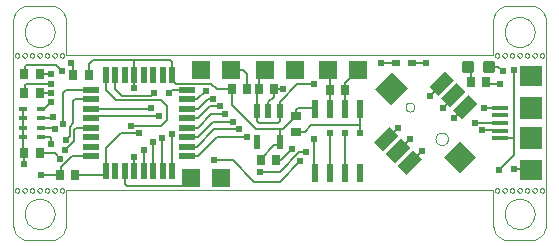
<source format=gtl>
G75*
%MOIN*%
%OFA0B0*%
%FSLAX24Y24*%
%IPPOS*%
%LPD*%
%AMOC8*
5,1,8,0,0,1.08239X$1,22.5*
%
%ADD10C,0.0000*%
%ADD11R,0.0728X0.0433*%
%ADD12R,0.0787X0.0748*%
%ADD13R,0.0551X0.0138*%
%ADD14R,0.0748X0.0709*%
%ADD15R,0.0748X0.0748*%
%ADD16R,0.0236X0.0610*%
%ADD17R,0.0217X0.0472*%
%ADD18C,0.0118*%
%ADD19R,0.0600X0.0600*%
%ADD20R,0.0276X0.0197*%
%ADD21R,0.0276X0.0354*%
%ADD22R,0.0354X0.0276*%
%ADD23R,0.0276X0.0177*%
%ADD24R,0.0197X0.0571*%
%ADD25R,0.0571X0.0197*%
%ADD26C,0.0240*%
%ADD27C,0.0080*%
D10*
X004943Y002737D02*
X005693Y002737D01*
X005737Y002739D01*
X005780Y002745D01*
X005822Y002754D01*
X005864Y002767D01*
X005904Y002784D01*
X005943Y002804D01*
X005980Y002827D01*
X006014Y002854D01*
X006047Y002883D01*
X006076Y002916D01*
X006103Y002950D01*
X006126Y002987D01*
X006146Y003026D01*
X006163Y003066D01*
X006176Y003108D01*
X006185Y003150D01*
X006191Y003193D01*
X006193Y003237D01*
X006193Y004393D01*
X020443Y004393D01*
X020443Y003237D01*
X020445Y003193D01*
X020451Y003150D01*
X020460Y003108D01*
X020473Y003066D01*
X020490Y003026D01*
X020510Y002987D01*
X020533Y002950D01*
X020560Y002916D01*
X020589Y002883D01*
X020622Y002854D01*
X020656Y002827D01*
X020693Y002804D01*
X020732Y002784D01*
X020772Y002767D01*
X020814Y002754D01*
X020856Y002745D01*
X020899Y002739D01*
X020943Y002737D01*
X021693Y002737D01*
X021737Y002739D01*
X021780Y002745D01*
X021822Y002754D01*
X021864Y002767D01*
X021904Y002784D01*
X021943Y002804D01*
X021980Y002827D01*
X022014Y002854D01*
X022047Y002883D01*
X022076Y002916D01*
X022103Y002950D01*
X022126Y002987D01*
X022146Y003026D01*
X022163Y003066D01*
X022176Y003108D01*
X022185Y003150D01*
X022191Y003193D01*
X022193Y003237D01*
X022193Y010050D01*
X022191Y010094D01*
X022185Y010137D01*
X022176Y010179D01*
X022163Y010221D01*
X022146Y010261D01*
X022126Y010300D01*
X022103Y010337D01*
X022076Y010371D01*
X022047Y010404D01*
X022014Y010433D01*
X021980Y010460D01*
X021943Y010483D01*
X021904Y010503D01*
X021864Y010520D01*
X021822Y010533D01*
X021780Y010542D01*
X021737Y010548D01*
X021693Y010550D01*
X020943Y010550D01*
X020899Y010548D01*
X020856Y010542D01*
X020814Y010533D01*
X020772Y010520D01*
X020732Y010503D01*
X020693Y010483D01*
X020656Y010460D01*
X020622Y010433D01*
X020589Y010404D01*
X020560Y010371D01*
X020533Y010337D01*
X020510Y010300D01*
X020490Y010261D01*
X020473Y010221D01*
X020460Y010179D01*
X020451Y010137D01*
X020445Y010094D01*
X020443Y010050D01*
X020443Y008893D01*
X006193Y008893D01*
X006193Y010050D01*
X006191Y010094D01*
X006185Y010137D01*
X006176Y010179D01*
X006163Y010221D01*
X006146Y010261D01*
X006126Y010300D01*
X006103Y010337D01*
X006076Y010371D01*
X006047Y010404D01*
X006014Y010433D01*
X005980Y010460D01*
X005943Y010483D01*
X005904Y010503D01*
X005864Y010520D01*
X005822Y010533D01*
X005780Y010542D01*
X005737Y010548D01*
X005693Y010550D01*
X004943Y010550D01*
X004899Y010548D01*
X004856Y010542D01*
X004814Y010533D01*
X004772Y010520D01*
X004732Y010503D01*
X004693Y010483D01*
X004656Y010460D01*
X004622Y010433D01*
X004589Y010404D01*
X004560Y010371D01*
X004533Y010337D01*
X004510Y010300D01*
X004490Y010261D01*
X004473Y010221D01*
X004460Y010179D01*
X004451Y010137D01*
X004445Y010094D01*
X004443Y010050D01*
X004443Y003237D01*
X004445Y003193D01*
X004451Y003150D01*
X004460Y003108D01*
X004473Y003066D01*
X004490Y003026D01*
X004510Y002987D01*
X004533Y002950D01*
X004560Y002916D01*
X004589Y002883D01*
X004622Y002854D01*
X004656Y002827D01*
X004693Y002804D01*
X004732Y002784D01*
X004772Y002767D01*
X004814Y002754D01*
X004856Y002745D01*
X004899Y002739D01*
X004943Y002737D01*
X004818Y003612D02*
X004820Y003656D01*
X004826Y003700D01*
X004836Y003743D01*
X004849Y003785D01*
X004866Y003826D01*
X004887Y003865D01*
X004911Y003902D01*
X004938Y003937D01*
X004968Y003969D01*
X005001Y003999D01*
X005037Y004025D01*
X005074Y004049D01*
X005114Y004068D01*
X005155Y004085D01*
X005198Y004097D01*
X005241Y004106D01*
X005285Y004111D01*
X005329Y004112D01*
X005373Y004109D01*
X005417Y004102D01*
X005460Y004091D01*
X005502Y004077D01*
X005542Y004059D01*
X005581Y004037D01*
X005617Y004013D01*
X005651Y003985D01*
X005683Y003954D01*
X005712Y003920D01*
X005738Y003884D01*
X005760Y003846D01*
X005779Y003806D01*
X005794Y003764D01*
X005806Y003722D01*
X005814Y003678D01*
X005818Y003634D01*
X005818Y003590D01*
X005814Y003546D01*
X005806Y003502D01*
X005794Y003460D01*
X005779Y003418D01*
X005760Y003378D01*
X005738Y003340D01*
X005712Y003304D01*
X005683Y003270D01*
X005651Y003239D01*
X005617Y003211D01*
X005581Y003187D01*
X005542Y003165D01*
X005502Y003147D01*
X005460Y003133D01*
X005417Y003122D01*
X005373Y003115D01*
X005329Y003112D01*
X005285Y003113D01*
X005241Y003118D01*
X005198Y003127D01*
X005155Y003139D01*
X005114Y003156D01*
X005074Y003175D01*
X005037Y003199D01*
X005001Y003225D01*
X004968Y003255D01*
X004938Y003287D01*
X004911Y003322D01*
X004887Y003359D01*
X004866Y003398D01*
X004849Y003439D01*
X004836Y003481D01*
X004826Y003524D01*
X004820Y003568D01*
X004818Y003612D01*
X004743Y004393D02*
X004745Y004410D01*
X004750Y004426D01*
X004759Y004440D01*
X004771Y004452D01*
X004785Y004461D01*
X004801Y004466D01*
X004818Y004468D01*
X004835Y004466D01*
X004851Y004461D01*
X004865Y004452D01*
X004877Y004440D01*
X004886Y004426D01*
X004891Y004410D01*
X004893Y004393D01*
X004891Y004376D01*
X004886Y004360D01*
X004877Y004346D01*
X004865Y004334D01*
X004851Y004325D01*
X004835Y004320D01*
X004818Y004318D01*
X004801Y004320D01*
X004785Y004325D01*
X004771Y004334D01*
X004759Y004346D01*
X004750Y004360D01*
X004745Y004376D01*
X004743Y004393D01*
X004493Y004393D02*
X004495Y004410D01*
X004500Y004426D01*
X004509Y004440D01*
X004521Y004452D01*
X004535Y004461D01*
X004551Y004466D01*
X004568Y004468D01*
X004585Y004466D01*
X004601Y004461D01*
X004615Y004452D01*
X004627Y004440D01*
X004636Y004426D01*
X004641Y004410D01*
X004643Y004393D01*
X004641Y004376D01*
X004636Y004360D01*
X004627Y004346D01*
X004615Y004334D01*
X004601Y004325D01*
X004585Y004320D01*
X004568Y004318D01*
X004551Y004320D01*
X004535Y004325D01*
X004521Y004334D01*
X004509Y004346D01*
X004500Y004360D01*
X004495Y004376D01*
X004493Y004393D01*
X004993Y004393D02*
X004995Y004410D01*
X005000Y004426D01*
X005009Y004440D01*
X005021Y004452D01*
X005035Y004461D01*
X005051Y004466D01*
X005068Y004468D01*
X005085Y004466D01*
X005101Y004461D01*
X005115Y004452D01*
X005127Y004440D01*
X005136Y004426D01*
X005141Y004410D01*
X005143Y004393D01*
X005141Y004376D01*
X005136Y004360D01*
X005127Y004346D01*
X005115Y004334D01*
X005101Y004325D01*
X005085Y004320D01*
X005068Y004318D01*
X005051Y004320D01*
X005035Y004325D01*
X005021Y004334D01*
X005009Y004346D01*
X005000Y004360D01*
X004995Y004376D01*
X004993Y004393D01*
X005243Y004393D02*
X005245Y004410D01*
X005250Y004426D01*
X005259Y004440D01*
X005271Y004452D01*
X005285Y004461D01*
X005301Y004466D01*
X005318Y004468D01*
X005335Y004466D01*
X005351Y004461D01*
X005365Y004452D01*
X005377Y004440D01*
X005386Y004426D01*
X005391Y004410D01*
X005393Y004393D01*
X005391Y004376D01*
X005386Y004360D01*
X005377Y004346D01*
X005365Y004334D01*
X005351Y004325D01*
X005335Y004320D01*
X005318Y004318D01*
X005301Y004320D01*
X005285Y004325D01*
X005271Y004334D01*
X005259Y004346D01*
X005250Y004360D01*
X005245Y004376D01*
X005243Y004393D01*
X005493Y004393D02*
X005495Y004410D01*
X005500Y004426D01*
X005509Y004440D01*
X005521Y004452D01*
X005535Y004461D01*
X005551Y004466D01*
X005568Y004468D01*
X005585Y004466D01*
X005601Y004461D01*
X005615Y004452D01*
X005627Y004440D01*
X005636Y004426D01*
X005641Y004410D01*
X005643Y004393D01*
X005641Y004376D01*
X005636Y004360D01*
X005627Y004346D01*
X005615Y004334D01*
X005601Y004325D01*
X005585Y004320D01*
X005568Y004318D01*
X005551Y004320D01*
X005535Y004325D01*
X005521Y004334D01*
X005509Y004346D01*
X005500Y004360D01*
X005495Y004376D01*
X005493Y004393D01*
X005743Y004393D02*
X005745Y004410D01*
X005750Y004426D01*
X005759Y004440D01*
X005771Y004452D01*
X005785Y004461D01*
X005801Y004466D01*
X005818Y004468D01*
X005835Y004466D01*
X005851Y004461D01*
X005865Y004452D01*
X005877Y004440D01*
X005886Y004426D01*
X005891Y004410D01*
X005893Y004393D01*
X005891Y004376D01*
X005886Y004360D01*
X005877Y004346D01*
X005865Y004334D01*
X005851Y004325D01*
X005835Y004320D01*
X005818Y004318D01*
X005801Y004320D01*
X005785Y004325D01*
X005771Y004334D01*
X005759Y004346D01*
X005750Y004360D01*
X005745Y004376D01*
X005743Y004393D01*
X005993Y004393D02*
X005995Y004410D01*
X006000Y004426D01*
X006009Y004440D01*
X006021Y004452D01*
X006035Y004461D01*
X006051Y004466D01*
X006068Y004468D01*
X006085Y004466D01*
X006101Y004461D01*
X006115Y004452D01*
X006127Y004440D01*
X006136Y004426D01*
X006141Y004410D01*
X006143Y004393D01*
X006141Y004376D01*
X006136Y004360D01*
X006127Y004346D01*
X006115Y004334D01*
X006101Y004325D01*
X006085Y004320D01*
X006068Y004318D01*
X006051Y004320D01*
X006035Y004325D01*
X006021Y004334D01*
X006009Y004346D01*
X006000Y004360D01*
X005995Y004376D01*
X005993Y004393D01*
X005993Y008893D02*
X005995Y008910D01*
X006000Y008926D01*
X006009Y008940D01*
X006021Y008952D01*
X006035Y008961D01*
X006051Y008966D01*
X006068Y008968D01*
X006085Y008966D01*
X006101Y008961D01*
X006115Y008952D01*
X006127Y008940D01*
X006136Y008926D01*
X006141Y008910D01*
X006143Y008893D01*
X006141Y008876D01*
X006136Y008860D01*
X006127Y008846D01*
X006115Y008834D01*
X006101Y008825D01*
X006085Y008820D01*
X006068Y008818D01*
X006051Y008820D01*
X006035Y008825D01*
X006021Y008834D01*
X006009Y008846D01*
X006000Y008860D01*
X005995Y008876D01*
X005993Y008893D01*
X005743Y008893D02*
X005745Y008910D01*
X005750Y008926D01*
X005759Y008940D01*
X005771Y008952D01*
X005785Y008961D01*
X005801Y008966D01*
X005818Y008968D01*
X005835Y008966D01*
X005851Y008961D01*
X005865Y008952D01*
X005877Y008940D01*
X005886Y008926D01*
X005891Y008910D01*
X005893Y008893D01*
X005891Y008876D01*
X005886Y008860D01*
X005877Y008846D01*
X005865Y008834D01*
X005851Y008825D01*
X005835Y008820D01*
X005818Y008818D01*
X005801Y008820D01*
X005785Y008825D01*
X005771Y008834D01*
X005759Y008846D01*
X005750Y008860D01*
X005745Y008876D01*
X005743Y008893D01*
X005493Y008893D02*
X005495Y008910D01*
X005500Y008926D01*
X005509Y008940D01*
X005521Y008952D01*
X005535Y008961D01*
X005551Y008966D01*
X005568Y008968D01*
X005585Y008966D01*
X005601Y008961D01*
X005615Y008952D01*
X005627Y008940D01*
X005636Y008926D01*
X005641Y008910D01*
X005643Y008893D01*
X005641Y008876D01*
X005636Y008860D01*
X005627Y008846D01*
X005615Y008834D01*
X005601Y008825D01*
X005585Y008820D01*
X005568Y008818D01*
X005551Y008820D01*
X005535Y008825D01*
X005521Y008834D01*
X005509Y008846D01*
X005500Y008860D01*
X005495Y008876D01*
X005493Y008893D01*
X005243Y008893D02*
X005245Y008910D01*
X005250Y008926D01*
X005259Y008940D01*
X005271Y008952D01*
X005285Y008961D01*
X005301Y008966D01*
X005318Y008968D01*
X005335Y008966D01*
X005351Y008961D01*
X005365Y008952D01*
X005377Y008940D01*
X005386Y008926D01*
X005391Y008910D01*
X005393Y008893D01*
X005391Y008876D01*
X005386Y008860D01*
X005377Y008846D01*
X005365Y008834D01*
X005351Y008825D01*
X005335Y008820D01*
X005318Y008818D01*
X005301Y008820D01*
X005285Y008825D01*
X005271Y008834D01*
X005259Y008846D01*
X005250Y008860D01*
X005245Y008876D01*
X005243Y008893D01*
X004993Y008893D02*
X004995Y008910D01*
X005000Y008926D01*
X005009Y008940D01*
X005021Y008952D01*
X005035Y008961D01*
X005051Y008966D01*
X005068Y008968D01*
X005085Y008966D01*
X005101Y008961D01*
X005115Y008952D01*
X005127Y008940D01*
X005136Y008926D01*
X005141Y008910D01*
X005143Y008893D01*
X005141Y008876D01*
X005136Y008860D01*
X005127Y008846D01*
X005115Y008834D01*
X005101Y008825D01*
X005085Y008820D01*
X005068Y008818D01*
X005051Y008820D01*
X005035Y008825D01*
X005021Y008834D01*
X005009Y008846D01*
X005000Y008860D01*
X004995Y008876D01*
X004993Y008893D01*
X004743Y008893D02*
X004745Y008910D01*
X004750Y008926D01*
X004759Y008940D01*
X004771Y008952D01*
X004785Y008961D01*
X004801Y008966D01*
X004818Y008968D01*
X004835Y008966D01*
X004851Y008961D01*
X004865Y008952D01*
X004877Y008940D01*
X004886Y008926D01*
X004891Y008910D01*
X004893Y008893D01*
X004891Y008876D01*
X004886Y008860D01*
X004877Y008846D01*
X004865Y008834D01*
X004851Y008825D01*
X004835Y008820D01*
X004818Y008818D01*
X004801Y008820D01*
X004785Y008825D01*
X004771Y008834D01*
X004759Y008846D01*
X004750Y008860D01*
X004745Y008876D01*
X004743Y008893D01*
X004493Y008893D02*
X004495Y008910D01*
X004500Y008926D01*
X004509Y008940D01*
X004521Y008952D01*
X004535Y008961D01*
X004551Y008966D01*
X004568Y008968D01*
X004585Y008966D01*
X004601Y008961D01*
X004615Y008952D01*
X004627Y008940D01*
X004636Y008926D01*
X004641Y008910D01*
X004643Y008893D01*
X004641Y008876D01*
X004636Y008860D01*
X004627Y008846D01*
X004615Y008834D01*
X004601Y008825D01*
X004585Y008820D01*
X004568Y008818D01*
X004551Y008820D01*
X004535Y008825D01*
X004521Y008834D01*
X004509Y008846D01*
X004500Y008860D01*
X004495Y008876D01*
X004493Y008893D01*
X004818Y009675D02*
X004820Y009719D01*
X004826Y009763D01*
X004836Y009806D01*
X004849Y009848D01*
X004866Y009889D01*
X004887Y009928D01*
X004911Y009965D01*
X004938Y010000D01*
X004968Y010032D01*
X005001Y010062D01*
X005037Y010088D01*
X005074Y010112D01*
X005114Y010131D01*
X005155Y010148D01*
X005198Y010160D01*
X005241Y010169D01*
X005285Y010174D01*
X005329Y010175D01*
X005373Y010172D01*
X005417Y010165D01*
X005460Y010154D01*
X005502Y010140D01*
X005542Y010122D01*
X005581Y010100D01*
X005617Y010076D01*
X005651Y010048D01*
X005683Y010017D01*
X005712Y009983D01*
X005738Y009947D01*
X005760Y009909D01*
X005779Y009869D01*
X005794Y009827D01*
X005806Y009785D01*
X005814Y009741D01*
X005818Y009697D01*
X005818Y009653D01*
X005814Y009609D01*
X005806Y009565D01*
X005794Y009523D01*
X005779Y009481D01*
X005760Y009441D01*
X005738Y009403D01*
X005712Y009367D01*
X005683Y009333D01*
X005651Y009302D01*
X005617Y009274D01*
X005581Y009250D01*
X005542Y009228D01*
X005502Y009210D01*
X005460Y009196D01*
X005417Y009185D01*
X005373Y009178D01*
X005329Y009175D01*
X005285Y009176D01*
X005241Y009181D01*
X005198Y009190D01*
X005155Y009202D01*
X005114Y009219D01*
X005074Y009238D01*
X005037Y009262D01*
X005001Y009288D01*
X004968Y009318D01*
X004938Y009350D01*
X004911Y009385D01*
X004887Y009422D01*
X004866Y009461D01*
X004849Y009502D01*
X004836Y009544D01*
X004826Y009587D01*
X004820Y009631D01*
X004818Y009675D01*
X017516Y007172D02*
X017518Y007196D01*
X017524Y007219D01*
X017533Y007241D01*
X017546Y007261D01*
X017561Y007279D01*
X017580Y007294D01*
X017601Y007306D01*
X017623Y007314D01*
X017646Y007319D01*
X017670Y007320D01*
X017694Y007317D01*
X017716Y007310D01*
X017738Y007300D01*
X017758Y007287D01*
X017775Y007270D01*
X017789Y007251D01*
X017800Y007230D01*
X017808Y007207D01*
X017812Y007184D01*
X017812Y007160D01*
X017808Y007137D01*
X017800Y007114D01*
X017789Y007093D01*
X017775Y007074D01*
X017758Y007057D01*
X017738Y007044D01*
X017716Y007034D01*
X017694Y007027D01*
X017670Y007024D01*
X017646Y007025D01*
X017623Y007030D01*
X017601Y007038D01*
X017580Y007050D01*
X017561Y007065D01*
X017546Y007083D01*
X017533Y007103D01*
X017524Y007125D01*
X017518Y007148D01*
X017516Y007172D01*
X018515Y006114D02*
X018517Y006142D01*
X018523Y006170D01*
X018532Y006196D01*
X018545Y006222D01*
X018561Y006245D01*
X018581Y006265D01*
X018603Y006283D01*
X018627Y006298D01*
X018653Y006309D01*
X018680Y006317D01*
X018708Y006321D01*
X018736Y006321D01*
X018764Y006317D01*
X018791Y006309D01*
X018817Y006298D01*
X018841Y006283D01*
X018863Y006265D01*
X018883Y006245D01*
X018899Y006222D01*
X018912Y006196D01*
X018921Y006170D01*
X018927Y006142D01*
X018929Y006114D01*
X018927Y006086D01*
X018921Y006058D01*
X018912Y006032D01*
X018899Y006006D01*
X018883Y005983D01*
X018863Y005963D01*
X018841Y005945D01*
X018817Y005930D01*
X018791Y005919D01*
X018764Y005911D01*
X018736Y005907D01*
X018708Y005907D01*
X018680Y005911D01*
X018653Y005919D01*
X018627Y005930D01*
X018603Y005945D01*
X018581Y005963D01*
X018561Y005983D01*
X018545Y006006D01*
X018532Y006032D01*
X018523Y006058D01*
X018517Y006086D01*
X018515Y006114D01*
X020493Y004393D02*
X020495Y004410D01*
X020500Y004426D01*
X020509Y004440D01*
X020521Y004452D01*
X020535Y004461D01*
X020551Y004466D01*
X020568Y004468D01*
X020585Y004466D01*
X020601Y004461D01*
X020615Y004452D01*
X020627Y004440D01*
X020636Y004426D01*
X020641Y004410D01*
X020643Y004393D01*
X020641Y004376D01*
X020636Y004360D01*
X020627Y004346D01*
X020615Y004334D01*
X020601Y004325D01*
X020585Y004320D01*
X020568Y004318D01*
X020551Y004320D01*
X020535Y004325D01*
X020521Y004334D01*
X020509Y004346D01*
X020500Y004360D01*
X020495Y004376D01*
X020493Y004393D01*
X020743Y004393D02*
X020745Y004410D01*
X020750Y004426D01*
X020759Y004440D01*
X020771Y004452D01*
X020785Y004461D01*
X020801Y004466D01*
X020818Y004468D01*
X020835Y004466D01*
X020851Y004461D01*
X020865Y004452D01*
X020877Y004440D01*
X020886Y004426D01*
X020891Y004410D01*
X020893Y004393D01*
X020891Y004376D01*
X020886Y004360D01*
X020877Y004346D01*
X020865Y004334D01*
X020851Y004325D01*
X020835Y004320D01*
X020818Y004318D01*
X020801Y004320D01*
X020785Y004325D01*
X020771Y004334D01*
X020759Y004346D01*
X020750Y004360D01*
X020745Y004376D01*
X020743Y004393D01*
X020993Y004393D02*
X020995Y004410D01*
X021000Y004426D01*
X021009Y004440D01*
X021021Y004452D01*
X021035Y004461D01*
X021051Y004466D01*
X021068Y004468D01*
X021085Y004466D01*
X021101Y004461D01*
X021115Y004452D01*
X021127Y004440D01*
X021136Y004426D01*
X021141Y004410D01*
X021143Y004393D01*
X021141Y004376D01*
X021136Y004360D01*
X021127Y004346D01*
X021115Y004334D01*
X021101Y004325D01*
X021085Y004320D01*
X021068Y004318D01*
X021051Y004320D01*
X021035Y004325D01*
X021021Y004334D01*
X021009Y004346D01*
X021000Y004360D01*
X020995Y004376D01*
X020993Y004393D01*
X021243Y004393D02*
X021245Y004410D01*
X021250Y004426D01*
X021259Y004440D01*
X021271Y004452D01*
X021285Y004461D01*
X021301Y004466D01*
X021318Y004468D01*
X021335Y004466D01*
X021351Y004461D01*
X021365Y004452D01*
X021377Y004440D01*
X021386Y004426D01*
X021391Y004410D01*
X021393Y004393D01*
X021391Y004376D01*
X021386Y004360D01*
X021377Y004346D01*
X021365Y004334D01*
X021351Y004325D01*
X021335Y004320D01*
X021318Y004318D01*
X021301Y004320D01*
X021285Y004325D01*
X021271Y004334D01*
X021259Y004346D01*
X021250Y004360D01*
X021245Y004376D01*
X021243Y004393D01*
X021493Y004393D02*
X021495Y004410D01*
X021500Y004426D01*
X021509Y004440D01*
X021521Y004452D01*
X021535Y004461D01*
X021551Y004466D01*
X021568Y004468D01*
X021585Y004466D01*
X021601Y004461D01*
X021615Y004452D01*
X021627Y004440D01*
X021636Y004426D01*
X021641Y004410D01*
X021643Y004393D01*
X021641Y004376D01*
X021636Y004360D01*
X021627Y004346D01*
X021615Y004334D01*
X021601Y004325D01*
X021585Y004320D01*
X021568Y004318D01*
X021551Y004320D01*
X021535Y004325D01*
X021521Y004334D01*
X021509Y004346D01*
X021500Y004360D01*
X021495Y004376D01*
X021493Y004393D01*
X021743Y004393D02*
X021745Y004410D01*
X021750Y004426D01*
X021759Y004440D01*
X021771Y004452D01*
X021785Y004461D01*
X021801Y004466D01*
X021818Y004468D01*
X021835Y004466D01*
X021851Y004461D01*
X021865Y004452D01*
X021877Y004440D01*
X021886Y004426D01*
X021891Y004410D01*
X021893Y004393D01*
X021891Y004376D01*
X021886Y004360D01*
X021877Y004346D01*
X021865Y004334D01*
X021851Y004325D01*
X021835Y004320D01*
X021818Y004318D01*
X021801Y004320D01*
X021785Y004325D01*
X021771Y004334D01*
X021759Y004346D01*
X021750Y004360D01*
X021745Y004376D01*
X021743Y004393D01*
X021993Y004393D02*
X021995Y004410D01*
X022000Y004426D01*
X022009Y004440D01*
X022021Y004452D01*
X022035Y004461D01*
X022051Y004466D01*
X022068Y004468D01*
X022085Y004466D01*
X022101Y004461D01*
X022115Y004452D01*
X022127Y004440D01*
X022136Y004426D01*
X022141Y004410D01*
X022143Y004393D01*
X022141Y004376D01*
X022136Y004360D01*
X022127Y004346D01*
X022115Y004334D01*
X022101Y004325D01*
X022085Y004320D01*
X022068Y004318D01*
X022051Y004320D01*
X022035Y004325D01*
X022021Y004334D01*
X022009Y004346D01*
X022000Y004360D01*
X021995Y004376D01*
X021993Y004393D01*
X020818Y003612D02*
X020820Y003656D01*
X020826Y003700D01*
X020836Y003743D01*
X020849Y003785D01*
X020866Y003826D01*
X020887Y003865D01*
X020911Y003902D01*
X020938Y003937D01*
X020968Y003969D01*
X021001Y003999D01*
X021037Y004025D01*
X021074Y004049D01*
X021114Y004068D01*
X021155Y004085D01*
X021198Y004097D01*
X021241Y004106D01*
X021285Y004111D01*
X021329Y004112D01*
X021373Y004109D01*
X021417Y004102D01*
X021460Y004091D01*
X021502Y004077D01*
X021542Y004059D01*
X021581Y004037D01*
X021617Y004013D01*
X021651Y003985D01*
X021683Y003954D01*
X021712Y003920D01*
X021738Y003884D01*
X021760Y003846D01*
X021779Y003806D01*
X021794Y003764D01*
X021806Y003722D01*
X021814Y003678D01*
X021818Y003634D01*
X021818Y003590D01*
X021814Y003546D01*
X021806Y003502D01*
X021794Y003460D01*
X021779Y003418D01*
X021760Y003378D01*
X021738Y003340D01*
X021712Y003304D01*
X021683Y003270D01*
X021651Y003239D01*
X021617Y003211D01*
X021581Y003187D01*
X021542Y003165D01*
X021502Y003147D01*
X021460Y003133D01*
X021417Y003122D01*
X021373Y003115D01*
X021329Y003112D01*
X021285Y003113D01*
X021241Y003118D01*
X021198Y003127D01*
X021155Y003139D01*
X021114Y003156D01*
X021074Y003175D01*
X021037Y003199D01*
X021001Y003225D01*
X020968Y003255D01*
X020938Y003287D01*
X020911Y003322D01*
X020887Y003359D01*
X020866Y003398D01*
X020849Y003439D01*
X020836Y003481D01*
X020826Y003524D01*
X020820Y003568D01*
X020818Y003612D01*
X020743Y008893D02*
X020745Y008910D01*
X020750Y008926D01*
X020759Y008940D01*
X020771Y008952D01*
X020785Y008961D01*
X020801Y008966D01*
X020818Y008968D01*
X020835Y008966D01*
X020851Y008961D01*
X020865Y008952D01*
X020877Y008940D01*
X020886Y008926D01*
X020891Y008910D01*
X020893Y008893D01*
X020891Y008876D01*
X020886Y008860D01*
X020877Y008846D01*
X020865Y008834D01*
X020851Y008825D01*
X020835Y008820D01*
X020818Y008818D01*
X020801Y008820D01*
X020785Y008825D01*
X020771Y008834D01*
X020759Y008846D01*
X020750Y008860D01*
X020745Y008876D01*
X020743Y008893D01*
X020493Y008893D02*
X020495Y008910D01*
X020500Y008926D01*
X020509Y008940D01*
X020521Y008952D01*
X020535Y008961D01*
X020551Y008966D01*
X020568Y008968D01*
X020585Y008966D01*
X020601Y008961D01*
X020615Y008952D01*
X020627Y008940D01*
X020636Y008926D01*
X020641Y008910D01*
X020643Y008893D01*
X020641Y008876D01*
X020636Y008860D01*
X020627Y008846D01*
X020615Y008834D01*
X020601Y008825D01*
X020585Y008820D01*
X020568Y008818D01*
X020551Y008820D01*
X020535Y008825D01*
X020521Y008834D01*
X020509Y008846D01*
X020500Y008860D01*
X020495Y008876D01*
X020493Y008893D01*
X020993Y008893D02*
X020995Y008910D01*
X021000Y008926D01*
X021009Y008940D01*
X021021Y008952D01*
X021035Y008961D01*
X021051Y008966D01*
X021068Y008968D01*
X021085Y008966D01*
X021101Y008961D01*
X021115Y008952D01*
X021127Y008940D01*
X021136Y008926D01*
X021141Y008910D01*
X021143Y008893D01*
X021141Y008876D01*
X021136Y008860D01*
X021127Y008846D01*
X021115Y008834D01*
X021101Y008825D01*
X021085Y008820D01*
X021068Y008818D01*
X021051Y008820D01*
X021035Y008825D01*
X021021Y008834D01*
X021009Y008846D01*
X021000Y008860D01*
X020995Y008876D01*
X020993Y008893D01*
X021243Y008893D02*
X021245Y008910D01*
X021250Y008926D01*
X021259Y008940D01*
X021271Y008952D01*
X021285Y008961D01*
X021301Y008966D01*
X021318Y008968D01*
X021335Y008966D01*
X021351Y008961D01*
X021365Y008952D01*
X021377Y008940D01*
X021386Y008926D01*
X021391Y008910D01*
X021393Y008893D01*
X021391Y008876D01*
X021386Y008860D01*
X021377Y008846D01*
X021365Y008834D01*
X021351Y008825D01*
X021335Y008820D01*
X021318Y008818D01*
X021301Y008820D01*
X021285Y008825D01*
X021271Y008834D01*
X021259Y008846D01*
X021250Y008860D01*
X021245Y008876D01*
X021243Y008893D01*
X021493Y008893D02*
X021495Y008910D01*
X021500Y008926D01*
X021509Y008940D01*
X021521Y008952D01*
X021535Y008961D01*
X021551Y008966D01*
X021568Y008968D01*
X021585Y008966D01*
X021601Y008961D01*
X021615Y008952D01*
X021627Y008940D01*
X021636Y008926D01*
X021641Y008910D01*
X021643Y008893D01*
X021641Y008876D01*
X021636Y008860D01*
X021627Y008846D01*
X021615Y008834D01*
X021601Y008825D01*
X021585Y008820D01*
X021568Y008818D01*
X021551Y008820D01*
X021535Y008825D01*
X021521Y008834D01*
X021509Y008846D01*
X021500Y008860D01*
X021495Y008876D01*
X021493Y008893D01*
X021743Y008893D02*
X021745Y008910D01*
X021750Y008926D01*
X021759Y008940D01*
X021771Y008952D01*
X021785Y008961D01*
X021801Y008966D01*
X021818Y008968D01*
X021835Y008966D01*
X021851Y008961D01*
X021865Y008952D01*
X021877Y008940D01*
X021886Y008926D01*
X021891Y008910D01*
X021893Y008893D01*
X021891Y008876D01*
X021886Y008860D01*
X021877Y008846D01*
X021865Y008834D01*
X021851Y008825D01*
X021835Y008820D01*
X021818Y008818D01*
X021801Y008820D01*
X021785Y008825D01*
X021771Y008834D01*
X021759Y008846D01*
X021750Y008860D01*
X021745Y008876D01*
X021743Y008893D01*
X021993Y008893D02*
X021995Y008910D01*
X022000Y008926D01*
X022009Y008940D01*
X022021Y008952D01*
X022035Y008961D01*
X022051Y008966D01*
X022068Y008968D01*
X022085Y008966D01*
X022101Y008961D01*
X022115Y008952D01*
X022127Y008940D01*
X022136Y008926D01*
X022141Y008910D01*
X022143Y008893D01*
X022141Y008876D01*
X022136Y008860D01*
X022127Y008846D01*
X022115Y008834D01*
X022101Y008825D01*
X022085Y008820D01*
X022068Y008818D01*
X022051Y008820D01*
X022035Y008825D01*
X022021Y008834D01*
X022009Y008846D01*
X022000Y008860D01*
X021995Y008876D01*
X021993Y008893D01*
X020818Y009675D02*
X020820Y009719D01*
X020826Y009763D01*
X020836Y009806D01*
X020849Y009848D01*
X020866Y009889D01*
X020887Y009928D01*
X020911Y009965D01*
X020938Y010000D01*
X020968Y010032D01*
X021001Y010062D01*
X021037Y010088D01*
X021074Y010112D01*
X021114Y010131D01*
X021155Y010148D01*
X021198Y010160D01*
X021241Y010169D01*
X021285Y010174D01*
X021329Y010175D01*
X021373Y010172D01*
X021417Y010165D01*
X021460Y010154D01*
X021502Y010140D01*
X021542Y010122D01*
X021581Y010100D01*
X021617Y010076D01*
X021651Y010048D01*
X021683Y010017D01*
X021712Y009983D01*
X021738Y009947D01*
X021760Y009909D01*
X021779Y009869D01*
X021794Y009827D01*
X021806Y009785D01*
X021814Y009741D01*
X021818Y009697D01*
X021818Y009653D01*
X021814Y009609D01*
X021806Y009565D01*
X021794Y009523D01*
X021779Y009481D01*
X021760Y009441D01*
X021738Y009403D01*
X021712Y009367D01*
X021683Y009333D01*
X021651Y009302D01*
X021617Y009274D01*
X021581Y009250D01*
X021542Y009228D01*
X021502Y009210D01*
X021460Y009196D01*
X021417Y009185D01*
X021373Y009178D01*
X021329Y009175D01*
X021285Y009176D01*
X021241Y009181D01*
X021198Y009190D01*
X021155Y009202D01*
X021114Y009219D01*
X021074Y009238D01*
X021037Y009262D01*
X021001Y009288D01*
X020968Y009318D01*
X020938Y009350D01*
X020911Y009385D01*
X020887Y009422D01*
X020866Y009461D01*
X020849Y009502D01*
X020836Y009544D01*
X020826Y009587D01*
X020820Y009631D01*
X020818Y009675D01*
D11*
G36*
X019139Y008063D02*
X018625Y007549D01*
X018319Y007855D01*
X018833Y008369D01*
X019139Y008063D01*
G37*
G36*
X019528Y007673D02*
X019014Y007159D01*
X018708Y007465D01*
X019222Y007979D01*
X019528Y007673D01*
G37*
G36*
X019918Y007283D02*
X019404Y006769D01*
X019098Y007075D01*
X019612Y007589D01*
X019918Y007283D01*
G37*
G36*
X017677Y005822D02*
X017163Y005308D01*
X016857Y005614D01*
X017371Y006128D01*
X017677Y005822D01*
G37*
G36*
X018067Y005432D02*
X017553Y004918D01*
X017247Y005224D01*
X017761Y005738D01*
X018067Y005432D01*
G37*
G36*
X017287Y006211D02*
X016773Y005697D01*
X016467Y006003D01*
X016981Y006517D01*
X017287Y006211D01*
G37*
D12*
G36*
X019876Y005515D02*
X019321Y004960D01*
X018792Y005489D01*
X019347Y006044D01*
X019876Y005515D01*
G37*
G36*
X017593Y007798D02*
X017038Y007243D01*
X016509Y007772D01*
X017064Y008327D01*
X017593Y007798D01*
G37*
D13*
X020650Y007155D03*
X020650Y006899D03*
X020650Y006643D03*
X020650Y006387D03*
X020650Y006131D03*
D14*
X021693Y005069D03*
X021693Y008218D03*
D15*
X021693Y007143D03*
X021693Y006143D03*
D16*
X016005Y007109D03*
X015505Y007109D03*
X015005Y007109D03*
X014505Y007109D03*
X014505Y004983D03*
X015005Y004983D03*
X015505Y004983D03*
X016005Y004983D03*
D17*
X013317Y006006D03*
X012569Y006006D03*
X012569Y007030D03*
X012943Y007030D03*
X013317Y007030D03*
D18*
X019460Y008380D02*
X019460Y008656D01*
X019736Y008656D01*
X019736Y008380D01*
X019460Y008380D01*
X019460Y008497D02*
X019736Y008497D01*
X019736Y008614D02*
X019460Y008614D01*
X020150Y008656D02*
X020150Y008380D01*
X020150Y008656D02*
X020426Y008656D01*
X020426Y008380D01*
X020150Y008380D01*
X020150Y008497D02*
X020426Y008497D01*
X020426Y008614D02*
X020150Y008614D01*
D19*
X015943Y008393D03*
X014943Y008393D03*
X013818Y008393D03*
X012818Y008393D03*
X011693Y008393D03*
X010693Y008393D03*
X010349Y004800D03*
X011349Y004800D03*
D20*
X017207Y008643D03*
X017718Y008643D03*
D21*
X019687Y008018D03*
X020199Y008018D03*
X015511Y007737D03*
X014999Y007737D03*
X013136Y007768D03*
X012624Y007768D03*
X012230Y007768D03*
X011718Y007768D03*
X012687Y005393D03*
X013199Y005393D03*
X006949Y008237D03*
X006437Y008237D03*
X005324Y008268D03*
X004812Y008268D03*
X004812Y007643D03*
X005324Y007643D03*
X005324Y005643D03*
X004812Y005643D03*
X005999Y004893D03*
X006511Y004893D03*
D22*
X013880Y006356D03*
X013880Y006868D03*
D23*
X005373Y006801D03*
X005373Y006486D03*
X005373Y006171D03*
X004763Y006171D03*
X004763Y006486D03*
X004763Y006801D03*
X004763Y007116D03*
X005373Y007116D03*
D24*
X007528Y008257D03*
X007843Y008257D03*
X008158Y008257D03*
X008473Y008257D03*
X008788Y008257D03*
X009103Y008257D03*
X009418Y008257D03*
X009733Y008257D03*
X009733Y005029D03*
X009418Y005029D03*
X009103Y005029D03*
X008788Y005029D03*
X008473Y005029D03*
X008158Y005029D03*
X007843Y005029D03*
X007528Y005029D03*
D25*
X007016Y005541D03*
X007016Y005856D03*
X007016Y006171D03*
X007016Y006486D03*
X007016Y006801D03*
X007016Y007116D03*
X007016Y007431D03*
X007016Y007746D03*
X010245Y007746D03*
X010245Y007431D03*
X010245Y007116D03*
X010245Y006801D03*
X010245Y006486D03*
X010245Y006171D03*
X010245Y005856D03*
X010245Y005541D03*
D26*
X011130Y005393D03*
X012224Y006175D03*
X011974Y006425D03*
X011755Y006675D03*
X011505Y006925D03*
X011318Y007206D03*
X011099Y007456D03*
X010849Y007706D03*
X009630Y007643D03*
X009130Y007643D03*
X008474Y007800D03*
X009037Y007143D03*
X009287Y006862D03*
X008380Y006550D03*
X008630Y006300D03*
X009099Y006018D03*
X009412Y006143D03*
X009724Y006268D03*
X008787Y005737D03*
X008474Y005518D03*
X006162Y005737D03*
X006005Y005456D03*
X005693Y005956D03*
X006193Y006081D03*
X005818Y006456D03*
X006099Y006612D03*
X005755Y006831D03*
X005693Y007331D03*
X005693Y007643D03*
X005693Y007956D03*
X005693Y008268D03*
X006068Y008362D03*
X006349Y008643D03*
X004787Y005268D03*
X005380Y004893D03*
X012662Y005020D03*
X013724Y005768D03*
X014193Y005675D03*
X014005Y005362D03*
X014474Y006112D03*
X015005Y006300D03*
X015505Y006300D03*
X016005Y006300D03*
X017255Y006487D03*
X017662Y006112D03*
X018068Y005706D03*
X019130Y006800D03*
X018755Y007143D03*
X018318Y007550D03*
X019818Y006637D03*
X020068Y006393D03*
X020130Y007143D03*
X020662Y007956D03*
X020755Y008362D03*
X021130Y008419D03*
X021912Y008393D03*
X018193Y008643D03*
X016693Y008643D03*
X014474Y007925D03*
X013443Y007768D03*
X020630Y005081D03*
X021130Y005112D03*
D27*
X021649Y005112D01*
X021693Y005069D01*
X021705Y005069D01*
X021130Y005581D02*
X020630Y005081D01*
X021130Y005581D02*
X021130Y006143D01*
X021119Y006131D01*
X020650Y006131D01*
X020650Y006387D02*
X020644Y006393D01*
X020068Y006393D01*
X019818Y006637D02*
X020643Y006637D01*
X020650Y006643D01*
X020650Y007155D02*
X020142Y007155D01*
X020130Y007143D01*
X019508Y007177D02*
X019130Y006800D01*
X018755Y007143D02*
X019118Y007506D01*
X019118Y007569D01*
X018729Y007959D02*
X018727Y007959D01*
X018318Y007550D01*
X019508Y007179D02*
X019508Y007177D01*
X020261Y007956D02*
X020199Y008018D01*
X020193Y008012D01*
X020261Y007956D02*
X020662Y007956D01*
X020755Y008362D02*
X020599Y008518D01*
X020288Y008518D01*
X019687Y008429D02*
X019598Y008518D01*
X019687Y008429D02*
X019687Y008018D01*
X021130Y008419D02*
X021130Y006143D01*
X018068Y005706D02*
X017690Y005328D01*
X017657Y005328D01*
X017627Y005328D01*
X017267Y005718D02*
X017662Y006112D01*
X017255Y006485D02*
X017255Y006487D01*
X017255Y006485D02*
X016877Y006107D01*
X016005Y006300D02*
X016005Y006581D01*
X016005Y007109D01*
X015505Y007109D02*
X015505Y007731D01*
X015511Y007737D01*
X015511Y007962D01*
X015943Y008393D01*
X016693Y008643D02*
X017207Y008643D01*
X017718Y008643D02*
X018193Y008643D01*
X014999Y008337D02*
X014999Y007737D01*
X015005Y007731D01*
X015005Y007109D01*
X014505Y007109D02*
X014471Y007143D01*
X013943Y007143D01*
X013880Y007081D01*
X013880Y006868D01*
X013437Y006425D01*
X013318Y006425D01*
X012537Y006425D01*
X011724Y007237D01*
X011724Y007762D01*
X011718Y007768D01*
X011224Y007768D01*
X011037Y007956D01*
X009849Y007956D01*
X009787Y008018D01*
X009787Y008204D01*
X009733Y008257D01*
X009733Y008666D01*
X009662Y008737D01*
X008473Y008737D01*
X007099Y008737D01*
X006974Y008612D01*
X006974Y008262D01*
X006949Y008237D01*
X006437Y008237D02*
X006437Y008555D01*
X006349Y008643D01*
X006068Y008362D02*
X005849Y008581D01*
X004880Y008581D01*
X004818Y008518D01*
X004818Y008274D01*
X004812Y008268D01*
X005324Y008268D02*
X005693Y008268D01*
X005693Y007956D02*
X004880Y007956D01*
X004818Y007893D01*
X004818Y007649D01*
X004812Y007643D01*
X005324Y007643D02*
X005693Y007643D01*
X005693Y007331D02*
X005478Y007116D01*
X005373Y007116D01*
X005725Y006801D02*
X005755Y006831D01*
X005725Y006801D02*
X005373Y006801D01*
X005373Y006486D02*
X005788Y006486D01*
X005818Y006456D01*
X006099Y006612D02*
X006099Y007639D01*
X006206Y007746D01*
X007016Y007746D01*
X007528Y007746D02*
X007880Y007393D01*
X009380Y007393D01*
X009568Y007206D01*
X009568Y006737D01*
X009380Y006550D01*
X008380Y006550D01*
X008630Y006300D02*
X008031Y006300D01*
X007537Y005805D01*
X007537Y005038D01*
X007528Y005029D01*
X007528Y004902D01*
X007537Y004893D01*
X006511Y004893D01*
X006037Y004930D02*
X005999Y004893D01*
X005380Y004893D01*
X006037Y004930D02*
X006037Y005175D01*
X006403Y005541D01*
X007016Y005541D01*
X006474Y006050D02*
X006162Y005737D01*
X006005Y005456D02*
X005818Y005643D01*
X005324Y005643D01*
X004812Y005643D02*
X004787Y005669D01*
X004787Y005700D01*
X004763Y005693D02*
X004812Y005643D01*
X004787Y005669D02*
X004787Y005268D01*
X004763Y005693D02*
X004763Y006171D01*
X004763Y006801D01*
X004763Y006486D01*
X004763Y006171D01*
X005373Y006171D02*
X005665Y006171D01*
X005693Y006143D01*
X005693Y005956D01*
X006193Y006081D02*
X006318Y006206D01*
X006318Y006518D01*
X006443Y006643D01*
X006443Y007382D01*
X006492Y007431D01*
X007016Y007431D01*
X007016Y007116D02*
X008978Y007116D01*
X009037Y007143D01*
X009287Y006862D02*
X007192Y006863D01*
X007016Y006801D01*
X007016Y006486D02*
X006537Y006486D01*
X006474Y006423D01*
X006473Y006423D01*
X006474Y006112D01*
X006474Y006050D01*
X004763Y006801D02*
X004763Y007116D01*
X007528Y007746D02*
X007528Y008257D01*
X007843Y008257D02*
X007843Y007780D01*
X008073Y007550D01*
X009037Y007550D01*
X009130Y007643D01*
X009630Y007643D02*
X009733Y007746D01*
X010245Y007746D01*
X010574Y007431D02*
X010849Y007706D01*
X010943Y007456D02*
X010603Y007116D01*
X010245Y007116D01*
X010245Y007431D02*
X010574Y007431D01*
X010943Y007456D02*
X011099Y007456D01*
X011005Y007206D02*
X010600Y006801D01*
X010245Y006801D01*
X010245Y006486D02*
X010598Y006486D01*
X011037Y006925D01*
X011505Y006925D01*
X011755Y006675D02*
X011099Y006675D01*
X010595Y006171D01*
X010245Y006171D01*
X010245Y005856D02*
X010562Y005856D01*
X011130Y006425D01*
X011974Y006425D01*
X012224Y006175D02*
X011224Y006175D01*
X010590Y005541D01*
X010245Y005541D01*
X011130Y005393D02*
X011755Y005393D01*
X012474Y004675D01*
X013318Y004675D01*
X014005Y005362D01*
X013974Y005675D02*
X014193Y005675D01*
X013974Y005675D02*
X013319Y005020D01*
X012662Y005020D01*
X012687Y005393D02*
X012687Y005450D01*
X013130Y005893D01*
X013318Y005893D01*
X013297Y005914D01*
X013297Y005987D01*
X013317Y006006D01*
X013318Y006007D01*
X013318Y006425D01*
X013255Y006643D02*
X012630Y006643D01*
X012568Y006706D01*
X012568Y007031D01*
X012569Y007030D01*
X012569Y007713D01*
X012624Y007768D01*
X012624Y008200D01*
X012818Y008393D01*
X012230Y008277D02*
X012114Y008393D01*
X011693Y008393D01*
X012230Y008277D02*
X012230Y007768D01*
X012943Y007331D02*
X013130Y007518D01*
X013130Y007762D01*
X013136Y007768D01*
X013443Y007768D01*
X013317Y007330D02*
X013912Y007925D01*
X014474Y007925D01*
X014943Y008393D02*
X014999Y008337D01*
X013317Y007330D02*
X013317Y007030D01*
X013317Y006705D01*
X013255Y006643D01*
X013880Y006356D02*
X014156Y006356D01*
X014380Y006581D01*
X016005Y006581D01*
X015505Y006300D02*
X015505Y004983D01*
X015005Y004983D02*
X015005Y006300D01*
X014474Y006112D02*
X014474Y005014D01*
X014505Y004983D01*
X013724Y005768D02*
X013349Y005393D01*
X013199Y005393D01*
X013287Y005976D02*
X013297Y005987D01*
X012943Y007030D02*
X012943Y007331D01*
X011318Y007206D02*
X011005Y007206D01*
X009724Y006268D02*
X009724Y005038D01*
X009733Y005029D01*
X009418Y005029D02*
X009412Y005035D01*
X009412Y006143D01*
X009099Y006018D02*
X009099Y005033D01*
X009103Y005029D01*
X008788Y005029D02*
X008788Y005676D01*
X008787Y005737D01*
X008474Y005518D02*
X008473Y005517D01*
X008473Y005029D01*
X008162Y005025D02*
X008158Y005029D01*
X008162Y005025D02*
X008162Y004612D01*
X008224Y004550D01*
X010099Y004550D01*
X010349Y004800D01*
X008474Y007800D02*
X008474Y008256D01*
X008473Y008257D01*
X008473Y008737D01*
X021693Y008218D02*
X021705Y008206D01*
X021755Y008206D01*
X021755Y008237D01*
X021912Y008393D01*
M02*

</source>
